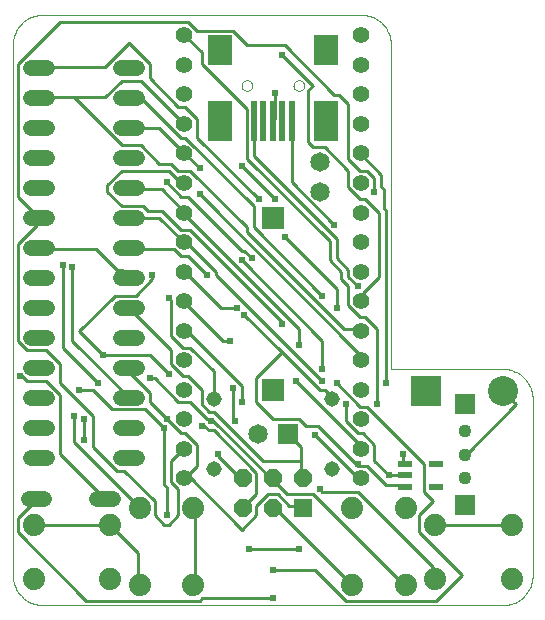
<source format=gbl>
G75*
G70*
%OFA0B0*%
%FSLAX24Y24*%
%IPPOS*%
%LPD*%
%AMOC8*
5,1,8,0,0,1.08239X$1,22.5*
%
%ADD10C,0.0000*%
%ADD11C,0.0560*%
%ADD12R,0.0760X0.0760*%
%ADD13R,0.0650X0.0650*%
%ADD14C,0.0650*%
%ADD15R,0.1000X0.1000*%
%ADD16C,0.1000*%
%ADD17R,0.0472X0.0217*%
%ADD18C,0.0520*%
%ADD19C,0.0740*%
%ADD20C,0.0515*%
%ADD21R,0.0709X0.0709*%
%ADD22C,0.0436*%
%ADD23OC8,0.0600*%
%ADD24R,0.0600X0.0600*%
%ADD25R,0.0787X0.0984*%
%ADD26R,0.0787X0.1378*%
%ADD27R,0.0197X0.1378*%
%ADD28C,0.0100*%
%ADD29C,0.0240*%
D10*
X001269Y001047D02*
X016592Y001047D01*
X016652Y001049D01*
X016713Y001054D01*
X016772Y001063D01*
X016831Y001076D01*
X016890Y001092D01*
X016947Y001112D01*
X017002Y001135D01*
X017057Y001162D01*
X017109Y001191D01*
X017160Y001224D01*
X017209Y001260D01*
X017255Y001298D01*
X017299Y001340D01*
X017341Y001384D01*
X017379Y001430D01*
X017415Y001479D01*
X017448Y001530D01*
X017477Y001582D01*
X017504Y001637D01*
X017527Y001692D01*
X017547Y001749D01*
X017563Y001808D01*
X017576Y001867D01*
X017585Y001926D01*
X017590Y001987D01*
X017592Y002047D01*
X017592Y007921D01*
X017590Y007981D01*
X017585Y008042D01*
X017576Y008101D01*
X017563Y008160D01*
X017547Y008219D01*
X017527Y008276D01*
X017504Y008331D01*
X017477Y008386D01*
X017448Y008438D01*
X017415Y008489D01*
X017379Y008538D01*
X017341Y008584D01*
X017299Y008628D01*
X017255Y008670D01*
X017209Y008708D01*
X017160Y008744D01*
X017109Y008777D01*
X017057Y008806D01*
X017002Y008833D01*
X016947Y008856D01*
X016890Y008876D01*
X016831Y008892D01*
X016772Y008905D01*
X016713Y008914D01*
X016652Y008919D01*
X016592Y008921D01*
X012867Y008921D01*
X012867Y019732D01*
X012865Y019792D01*
X012860Y019853D01*
X012851Y019912D01*
X012838Y019971D01*
X012822Y020030D01*
X012802Y020087D01*
X012779Y020142D01*
X012752Y020197D01*
X012723Y020249D01*
X012690Y020300D01*
X012654Y020349D01*
X012616Y020395D01*
X012574Y020439D01*
X012530Y020481D01*
X012484Y020519D01*
X012435Y020555D01*
X012384Y020588D01*
X012332Y020617D01*
X012277Y020644D01*
X012222Y020667D01*
X012165Y020687D01*
X012106Y020703D01*
X012047Y020716D01*
X011988Y020725D01*
X011927Y020730D01*
X011867Y020732D01*
X001269Y020732D01*
X001209Y020730D01*
X001148Y020725D01*
X001089Y020716D01*
X001030Y020703D01*
X000971Y020687D01*
X000914Y020667D01*
X000859Y020644D01*
X000804Y020617D01*
X000752Y020588D01*
X000701Y020555D01*
X000652Y020519D01*
X000606Y020481D01*
X000562Y020439D01*
X000520Y020395D01*
X000482Y020349D01*
X000446Y020300D01*
X000413Y020249D01*
X000384Y020197D01*
X000357Y020142D01*
X000334Y020087D01*
X000314Y020030D01*
X000298Y019971D01*
X000285Y019912D01*
X000276Y019853D01*
X000271Y019792D01*
X000269Y019732D01*
X000269Y002047D01*
X000271Y001987D01*
X000276Y001926D01*
X000285Y001867D01*
X000298Y001808D01*
X000314Y001749D01*
X000334Y001692D01*
X000357Y001637D01*
X000384Y001582D01*
X000413Y001530D01*
X000446Y001479D01*
X000482Y001430D01*
X000520Y001384D01*
X000562Y001340D01*
X000606Y001298D01*
X000652Y001260D01*
X000701Y001224D01*
X000752Y001191D01*
X000804Y001162D01*
X000859Y001135D01*
X000914Y001112D01*
X000971Y001092D01*
X001030Y001076D01*
X001089Y001063D01*
X001148Y001054D01*
X001209Y001049D01*
X001269Y001047D01*
X007887Y018370D02*
X007889Y018396D01*
X007895Y018422D01*
X007905Y018447D01*
X007918Y018470D01*
X007934Y018490D01*
X007954Y018508D01*
X007976Y018523D01*
X007999Y018535D01*
X008025Y018543D01*
X008051Y018547D01*
X008077Y018547D01*
X008103Y018543D01*
X008129Y018535D01*
X008153Y018523D01*
X008174Y018508D01*
X008194Y018490D01*
X008210Y018470D01*
X008223Y018447D01*
X008233Y018422D01*
X008239Y018396D01*
X008241Y018370D01*
X008239Y018344D01*
X008233Y018318D01*
X008223Y018293D01*
X008210Y018270D01*
X008194Y018250D01*
X008174Y018232D01*
X008152Y018217D01*
X008129Y018205D01*
X008103Y018197D01*
X008077Y018193D01*
X008051Y018193D01*
X008025Y018197D01*
X007999Y018205D01*
X007975Y018217D01*
X007954Y018232D01*
X007934Y018250D01*
X007918Y018270D01*
X007905Y018293D01*
X007895Y018318D01*
X007889Y018344D01*
X007887Y018370D01*
X009619Y018370D02*
X009621Y018396D01*
X009627Y018422D01*
X009637Y018447D01*
X009650Y018470D01*
X009666Y018490D01*
X009686Y018508D01*
X009708Y018523D01*
X009731Y018535D01*
X009757Y018543D01*
X009783Y018547D01*
X009809Y018547D01*
X009835Y018543D01*
X009861Y018535D01*
X009885Y018523D01*
X009906Y018508D01*
X009926Y018490D01*
X009942Y018470D01*
X009955Y018447D01*
X009965Y018422D01*
X009971Y018396D01*
X009973Y018370D01*
X009971Y018344D01*
X009965Y018318D01*
X009955Y018293D01*
X009942Y018270D01*
X009926Y018250D01*
X009906Y018232D01*
X009884Y018217D01*
X009861Y018205D01*
X009835Y018197D01*
X009809Y018193D01*
X009783Y018193D01*
X009757Y018197D01*
X009731Y018205D01*
X009707Y018217D01*
X009686Y018232D01*
X009666Y018250D01*
X009650Y018270D01*
X009637Y018293D01*
X009627Y018318D01*
X009621Y018344D01*
X009619Y018370D01*
D11*
X011883Y018074D03*
X011883Y017090D03*
X011883Y016106D03*
X011883Y015121D03*
X011883Y014137D03*
X011883Y013153D03*
X011883Y012169D03*
X011883Y011184D03*
X011883Y010200D03*
X011883Y009216D03*
X011883Y008232D03*
X011883Y007247D03*
X011883Y006263D03*
X011883Y005279D03*
X005977Y005279D03*
X005977Y006263D03*
X005977Y007247D03*
X005977Y008232D03*
X005977Y009216D03*
X005977Y010200D03*
X005977Y011184D03*
X005977Y012169D03*
X005977Y013153D03*
X005977Y014137D03*
X005977Y015121D03*
X005977Y016106D03*
X005977Y017090D03*
X005977Y018074D03*
X005977Y019058D03*
X005977Y020043D03*
X011883Y020043D03*
X011883Y019058D03*
D12*
X008930Y013961D03*
X008930Y008211D03*
D13*
X009430Y006755D03*
D14*
X008430Y006755D03*
X010505Y014826D03*
X010505Y015826D03*
D15*
X014048Y008177D03*
D16*
X016607Y008177D03*
D17*
X014363Y005751D03*
X014363Y005003D03*
X013340Y005003D03*
X013340Y005377D03*
X013340Y005751D03*
D18*
X004391Y005964D02*
X003871Y005964D01*
X003871Y006964D02*
X004391Y006964D01*
X004391Y007964D02*
X003871Y007964D01*
X003871Y008964D02*
X004391Y008964D01*
X004391Y009964D02*
X003871Y009964D01*
X003871Y010964D02*
X004391Y010964D01*
X004391Y011964D02*
X003871Y011964D01*
X003871Y012964D02*
X004391Y012964D01*
X004391Y013964D02*
X003871Y013964D01*
X003871Y014964D02*
X004391Y014964D01*
X004391Y015964D02*
X003871Y015964D01*
X003871Y016964D02*
X004391Y016964D01*
X004391Y017964D02*
X003871Y017964D01*
X003871Y018964D02*
X004391Y018964D01*
X001391Y018964D02*
X000871Y018964D01*
X000871Y017964D02*
X001391Y017964D01*
X001391Y016964D02*
X000871Y016964D01*
X000871Y015964D02*
X001391Y015964D01*
X001391Y014964D02*
X000871Y014964D01*
X000871Y013964D02*
X001391Y013964D01*
X001391Y012964D02*
X000871Y012964D01*
X000871Y011964D02*
X001391Y011964D01*
X001391Y010964D02*
X000871Y010964D01*
X000871Y009964D02*
X001391Y009964D01*
X001391Y008964D02*
X000871Y008964D01*
X000871Y007964D02*
X001391Y007964D01*
X001391Y006964D02*
X000871Y006964D01*
X000871Y005964D02*
X001391Y005964D01*
X001316Y004590D02*
X000796Y004590D01*
X003084Y004590D02*
X003604Y004590D01*
D19*
X003517Y003708D03*
X004497Y004295D03*
X006277Y004295D03*
X006277Y001735D03*
X004497Y001735D03*
X003517Y001928D03*
X000957Y001928D03*
X000957Y003708D03*
X011584Y004295D03*
X013364Y004295D03*
X014343Y003708D03*
X014343Y001928D03*
X013364Y001735D03*
X011584Y001735D03*
X016903Y001928D03*
X016903Y003708D03*
D20*
X010899Y005574D03*
X010899Y007936D03*
X006962Y007936D03*
X006962Y005574D03*
D21*
X015328Y004393D03*
X015328Y007740D03*
D22*
X015328Y006854D03*
X015328Y006066D03*
X015328Y005279D03*
D23*
X009930Y005287D03*
X008930Y005287D03*
X008930Y004287D03*
X007930Y004287D03*
X007930Y005287D03*
D24*
X009930Y004287D03*
D25*
X010702Y019551D03*
X007159Y019551D03*
D26*
X007159Y017188D03*
X010702Y017188D03*
D27*
X009560Y017188D03*
X009245Y017188D03*
X008930Y017188D03*
X008615Y017188D03*
X008296Y017184D03*
D28*
X008300Y017110D01*
X008300Y016007D01*
X011056Y013251D01*
X011056Y012621D01*
X011450Y012228D01*
X011450Y011992D01*
X011765Y011677D01*
X011922Y011440D02*
X012474Y011992D01*
X012474Y014118D01*
X012001Y014590D01*
X011844Y014590D01*
X011450Y014984D01*
X011450Y015535D01*
X010662Y016322D01*
X010269Y016322D01*
X010111Y016480D01*
X010111Y018212D01*
X010269Y018370D01*
X009245Y019393D01*
X009324Y019708D02*
X008064Y019708D01*
X007592Y020181D01*
X006411Y020181D01*
X006096Y020495D01*
X001844Y020495D01*
X000426Y019078D01*
X000426Y014669D01*
X001131Y013964D01*
X001056Y013960D01*
X001056Y013724D01*
X000426Y013094D01*
X000426Y009866D01*
X000741Y009551D01*
X001371Y009551D01*
X001844Y009078D01*
X001844Y008448D01*
X002946Y007346D01*
X002946Y006322D01*
X003733Y005535D01*
X003970Y005535D01*
X004993Y004511D01*
X004993Y004039D01*
X005308Y003724D01*
X005466Y003724D01*
X005781Y004039D01*
X005781Y004905D01*
X005544Y005141D01*
X005544Y005850D01*
X005938Y006244D01*
X005977Y006263D01*
X006411Y006401D02*
X006017Y006795D01*
X005859Y006795D01*
X005387Y007267D01*
X004836Y007818D01*
X004836Y008133D01*
X004206Y008763D01*
X004206Y008921D01*
X004131Y008964D01*
X004836Y008606D02*
X004993Y008606D01*
X005781Y007818D01*
X006174Y007818D01*
X006725Y007267D01*
X006883Y007267D01*
X006883Y007188D01*
X006883Y007267D02*
X008930Y005220D01*
X008930Y005287D01*
X008930Y005220D02*
X009403Y004747D01*
X010269Y004747D01*
X013261Y001755D01*
X013340Y001755D01*
X013364Y001735D01*
X014285Y001992D02*
X014343Y001928D01*
X014285Y001992D02*
X014285Y002307D01*
X011765Y004826D01*
X010584Y004826D01*
X010505Y004905D01*
X009930Y005287D02*
X009875Y005299D01*
X009875Y005850D01*
X008615Y005850D01*
X006962Y007503D01*
X006804Y007503D01*
X006568Y007740D01*
X006568Y008212D01*
X006096Y008684D01*
X005938Y008684D01*
X005544Y009078D01*
X005544Y009551D01*
X004131Y010964D01*
X004363Y011362D02*
X003655Y011362D01*
X002474Y010181D01*
X003261Y009393D01*
X004836Y009393D01*
X005466Y008763D01*
X005938Y009629D02*
X005544Y010023D01*
X005544Y011204D01*
X005466Y011283D01*
X005977Y011184D02*
X006017Y011125D01*
X007277Y009866D01*
X007513Y009866D01*
X007985Y010732D02*
X009245Y009472D01*
X010505Y008212D01*
X010662Y008212D01*
X010899Y007976D01*
X010899Y007936D01*
X011371Y007740D02*
X011371Y007188D01*
X011765Y006795D01*
X011922Y006795D01*
X012316Y006401D01*
X012316Y005850D01*
X012788Y005377D01*
X013340Y005377D01*
X013261Y005062D02*
X013340Y005003D01*
X013261Y005062D02*
X012710Y005062D01*
X012080Y005692D01*
X011765Y005692D01*
X011686Y005771D01*
X011765Y005771D01*
X011686Y005771D02*
X010426Y007031D01*
X010033Y007031D01*
X009796Y007267D01*
X008930Y007267D01*
X008379Y007818D01*
X008379Y008606D01*
X009245Y009472D01*
X009796Y009708D02*
X009796Y010259D01*
X005938Y014118D01*
X005977Y014137D01*
X005938Y014196D01*
X005229Y014905D01*
X004206Y014905D01*
X004131Y014964D01*
X003891Y015535D02*
X005466Y015535D01*
X005938Y015062D01*
X005977Y015121D01*
X005781Y015535D02*
X005544Y015771D01*
X005151Y015771D01*
X004521Y016401D01*
X003891Y016401D01*
X002316Y017976D01*
X001135Y017976D01*
X001131Y017964D01*
X001131Y018964D02*
X001135Y018999D01*
X003340Y018999D01*
X004127Y019787D01*
X004836Y019078D01*
X004836Y018606D01*
X005781Y017661D01*
X006017Y017661D01*
X006411Y017267D01*
X006411Y016637D01*
X008458Y014590D01*
X008300Y014354D02*
X008300Y013645D01*
X010584Y011362D01*
X011056Y011598D02*
X009324Y013330D01*
X009009Y014590D02*
X007907Y015692D01*
X008064Y015929D02*
X008064Y017582D01*
X006568Y019078D01*
X006568Y019472D01*
X006017Y020023D01*
X005977Y020043D01*
X004521Y018527D02*
X005938Y017110D01*
X005977Y017090D01*
X006017Y016637D02*
X005859Y016637D01*
X004599Y017897D01*
X004206Y017897D01*
X004131Y017964D01*
X003891Y018527D02*
X004521Y018527D01*
X003891Y018527D02*
X003340Y017976D01*
X002316Y017976D01*
X004131Y016964D02*
X004206Y016952D01*
X005151Y016952D01*
X005938Y016165D01*
X005977Y016106D01*
X006017Y016086D01*
X006489Y015614D01*
X006174Y015535D02*
X005781Y015535D01*
X006174Y015535D02*
X008064Y013645D01*
X008064Y013488D01*
X011292Y010259D01*
X011844Y010259D01*
X011883Y010200D01*
X011844Y010653D02*
X011450Y011047D01*
X011450Y011677D01*
X011214Y011913D01*
X011214Y012149D01*
X010820Y012543D01*
X010820Y013173D01*
X008064Y015929D01*
X008930Y017188D02*
X009009Y017267D01*
X009009Y018133D01*
X009560Y017188D02*
X009560Y015141D01*
X010977Y013724D01*
X012316Y014826D02*
X012316Y015299D01*
X012080Y015535D01*
X011844Y015535D01*
X011450Y015929D01*
X011450Y017740D01*
X011135Y018055D01*
X010977Y018055D01*
X009324Y019708D01*
X011883Y016106D02*
X011922Y016086D01*
X011922Y016007D01*
X012552Y015377D01*
X012552Y014984D01*
X012631Y014905D01*
X012631Y014275D01*
X012710Y014196D01*
X012710Y008448D01*
X012395Y007740D02*
X012395Y010259D01*
X012001Y010653D01*
X011844Y010653D01*
X011883Y011184D02*
X011922Y011204D01*
X011922Y011440D01*
X011056Y011598D02*
X011056Y010968D01*
X010584Y009866D02*
X007907Y012543D01*
X007907Y012858D02*
X007985Y012858D01*
X008222Y012621D01*
X007907Y012858D02*
X006096Y014669D01*
X005859Y014669D01*
X005387Y015141D01*
X005229Y014196D02*
X004757Y014196D01*
X004599Y014354D01*
X003891Y014354D01*
X003418Y014826D01*
X003418Y015062D01*
X003891Y015535D01*
X004131Y013964D02*
X004206Y013960D01*
X005151Y013960D01*
X005938Y013173D01*
X005977Y013153D01*
X006017Y013173D01*
X007040Y012149D01*
X007040Y012070D01*
X010584Y008527D01*
X010584Y008921D02*
X010584Y009866D01*
X011056Y008448D02*
X011844Y007661D01*
X012080Y007661D01*
X013970Y005771D01*
X013970Y004826D01*
X014285Y004511D01*
X013812Y004039D01*
X013812Y003488D01*
X015229Y002070D01*
X014363Y001204D01*
X011371Y001204D01*
X010348Y002228D01*
X008930Y002228D01*
X008930Y001283D02*
X006568Y001283D01*
X006489Y001204D01*
X002710Y001204D01*
X000426Y003488D01*
X000426Y003960D01*
X001056Y004590D01*
X000977Y003724D02*
X000957Y003708D01*
X000977Y003724D02*
X003497Y003724D01*
X003517Y003708D01*
X003576Y003645D01*
X004442Y002779D01*
X004442Y001755D01*
X004497Y001735D01*
X006277Y001735D02*
X006332Y001755D01*
X006332Y004275D01*
X006277Y004295D01*
X005387Y004039D02*
X005387Y004984D01*
X005308Y005062D01*
X005308Y006952D01*
X004678Y007582D01*
X003576Y007582D01*
X002946Y008212D01*
X002474Y008212D01*
X001844Y008055D02*
X001844Y006086D01*
X003340Y004590D01*
X003344Y004590D01*
X004442Y004354D02*
X004497Y004295D01*
X004442Y004354D02*
X002316Y006480D01*
X002316Y007346D01*
X002631Y007267D02*
X002631Y006558D01*
X001844Y008055D02*
X001371Y008527D01*
X000741Y008527D01*
X000584Y008684D01*
X000505Y008684D01*
X001922Y009629D02*
X003103Y008448D01*
X004127Y007976D02*
X004131Y007964D01*
X004127Y007976D02*
X002237Y009866D01*
X002237Y012307D01*
X001922Y012385D02*
X001922Y009629D01*
X004131Y011964D02*
X004127Y011992D01*
X003891Y012228D01*
X003733Y012228D01*
X003025Y012936D01*
X001135Y012936D01*
X001131Y012964D01*
X004131Y012964D02*
X004206Y012936D01*
X005623Y012936D01*
X005859Y012700D01*
X006096Y012700D01*
X006725Y012070D01*
X006017Y012149D02*
X005977Y012169D01*
X006017Y012149D02*
X007198Y010968D01*
X007749Y010968D01*
X009245Y010495D02*
X006174Y013566D01*
X005859Y013566D01*
X005229Y014196D01*
X006489Y014747D02*
X011844Y009393D01*
X011844Y009236D01*
X011883Y009216D01*
X009718Y008527D02*
X011844Y006401D01*
X011844Y006322D01*
X011883Y006263D01*
X011844Y005299D02*
X011765Y005299D01*
X010348Y006716D01*
X009875Y006322D02*
X009481Y006716D01*
X009430Y006755D01*
X009875Y006322D02*
X009875Y005850D01*
X009088Y004747D02*
X008773Y004747D01*
X008379Y004354D01*
X008379Y004039D01*
X007907Y003566D01*
X006096Y005377D01*
X005977Y005279D01*
X006017Y005299D01*
X006096Y005377D01*
X006411Y005692D01*
X006411Y006401D01*
X006804Y006873D02*
X006962Y006873D01*
X008379Y005456D01*
X008379Y004747D01*
X007985Y004354D01*
X007930Y004287D01*
X007907Y005220D02*
X007930Y005287D01*
X007907Y005220D02*
X007119Y006007D01*
X007119Y006086D01*
X006804Y006873D02*
X006647Y007031D01*
X006568Y007031D01*
X006962Y007936D02*
X006962Y008842D01*
X006174Y009629D01*
X005938Y009629D01*
X005977Y010200D02*
X006017Y010259D01*
X007907Y008370D01*
X007907Y007818D01*
X007592Y008291D02*
X007592Y007267D01*
X007670Y007188D01*
X009088Y004747D02*
X009481Y004354D01*
X009875Y004354D01*
X009930Y004287D01*
X009009Y004275D02*
X011529Y001755D01*
X011584Y001735D01*
X009796Y002936D02*
X008143Y002936D01*
X008930Y004275D02*
X008930Y004287D01*
X008930Y004275D02*
X009009Y004275D01*
X011844Y005299D02*
X011883Y005279D01*
X013261Y005771D02*
X013340Y005751D01*
X013261Y005771D02*
X013261Y006086D01*
X014363Y003724D02*
X014343Y003708D01*
X014363Y003724D02*
X016883Y003724D01*
X016903Y003708D01*
X015387Y006086D02*
X015328Y006066D01*
X015387Y006086D02*
X017040Y007740D01*
X016647Y008133D01*
X016607Y008177D01*
X009245Y010417D02*
X009245Y010495D01*
X008300Y014354D02*
X006017Y016637D01*
X004914Y012070D02*
X004914Y011913D01*
X004363Y011362D01*
D29*
X004914Y012070D03*
X005466Y011283D03*
X006725Y012070D03*
X007749Y010968D03*
X007985Y010732D03*
X007513Y009866D03*
X007592Y008291D03*
X007907Y007818D03*
X007670Y007188D03*
X006883Y007188D03*
X006568Y007031D03*
X007119Y006086D03*
X005308Y006952D03*
X005387Y007267D03*
X004836Y008606D03*
X005466Y008763D03*
X003261Y009393D03*
X003103Y008448D03*
X002474Y008212D03*
X002316Y007346D03*
X002631Y007267D03*
X002631Y006558D03*
X000505Y008684D03*
X001922Y012385D03*
X002237Y012307D03*
X005387Y015141D03*
X006489Y014747D03*
X006489Y015614D03*
X007907Y015692D03*
X008458Y014590D03*
X009009Y014590D03*
X009324Y013330D03*
X008222Y012621D03*
X007907Y012543D03*
X009245Y010417D03*
X009796Y009708D03*
X010584Y008921D03*
X010584Y008527D03*
X011056Y008448D03*
X011371Y007740D03*
X012395Y007740D03*
X012710Y008448D03*
X013261Y006086D03*
X012788Y005377D03*
X011765Y005771D03*
X010505Y004905D03*
X010348Y006716D03*
X009718Y008527D03*
X011056Y010968D03*
X010584Y011362D03*
X011765Y011677D03*
X010977Y013724D03*
X012316Y014826D03*
X009009Y018133D03*
X009245Y019393D03*
X005387Y004039D03*
X008143Y002936D03*
X008930Y002228D03*
X008930Y001283D03*
X009796Y002936D03*
M02*

</source>
